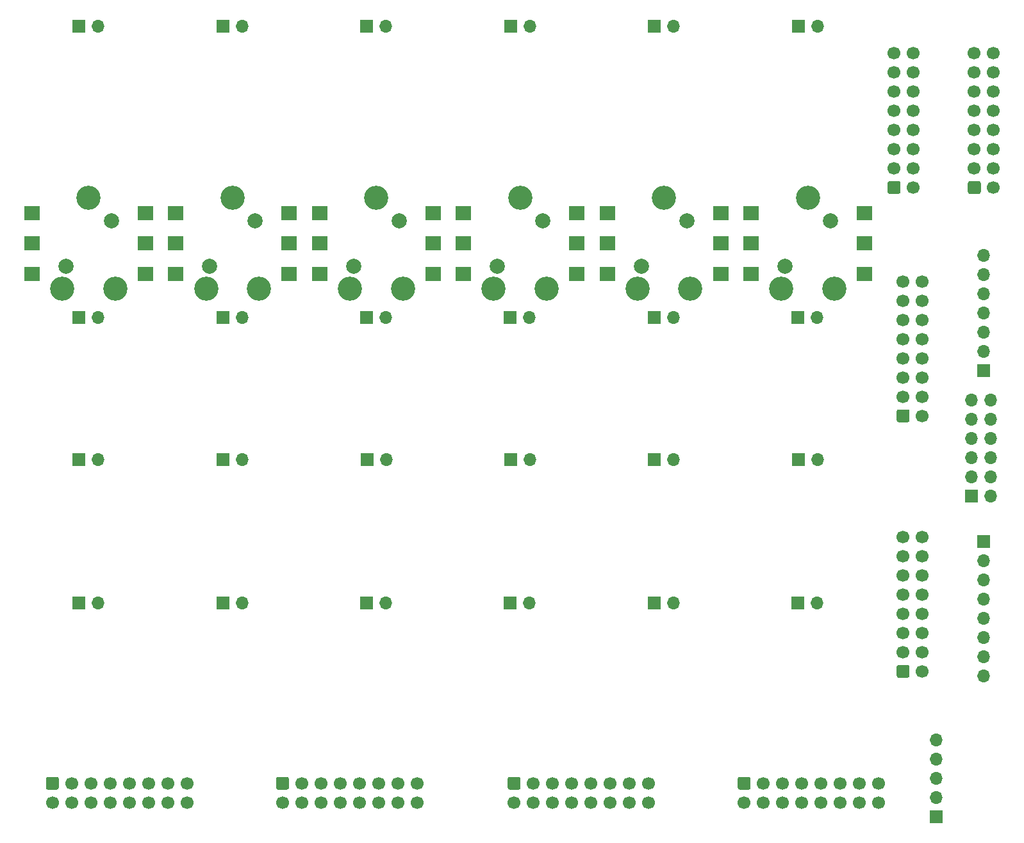
<source format=gbr>
%TF.GenerationSoftware,KiCad,Pcbnew,(5.1.10)-1*%
%TF.CreationDate,2022-05-16T18:50:31-07:00*%
%TF.ProjectId,KeyPad_Board,4b657950-6164-45f4-926f-6172642e6b69,rev?*%
%TF.SameCoordinates,Original*%
%TF.FileFunction,Soldermask,Top*%
%TF.FilePolarity,Negative*%
%FSLAX46Y46*%
G04 Gerber Fmt 4.6, Leading zero omitted, Abs format (unit mm)*
G04 Created by KiCad (PCBNEW (5.1.10)-1) date 2022-05-16 18:50:31*
%MOMM*%
%LPD*%
G01*
G04 APERTURE LIST*
%ADD10C,1.700000*%
%ADD11R,2.000000X1.900000*%
%ADD12C,3.200000*%
%ADD13C,2.000000*%
%ADD14R,1.700000X1.700000*%
%ADD15O,1.700000X1.700000*%
G04 APERTURE END LIST*
%TO.C,J6*%
G36*
G01*
X153750000Y-85600000D02*
X153750000Y-84400000D01*
G75*
G02*
X154000000Y-84150000I250000J0D01*
G01*
X155200000Y-84150000D01*
G75*
G02*
X155450000Y-84400000I0J-250000D01*
G01*
X155450000Y-85600000D01*
G75*
G02*
X155200000Y-85850000I-250000J0D01*
G01*
X154000000Y-85850000D01*
G75*
G02*
X153750000Y-85600000I0J250000D01*
G01*
G37*
D10*
X154600000Y-82460000D03*
X154600000Y-79920000D03*
X154600000Y-77380000D03*
X154600000Y-74840000D03*
X154600000Y-72300000D03*
X154600000Y-69760000D03*
X154600000Y-67220000D03*
X157140000Y-85000000D03*
X157140000Y-82460000D03*
X157140000Y-79920000D03*
X157140000Y-77380000D03*
X157140000Y-74840000D03*
X157140000Y-72300000D03*
X157140000Y-69760000D03*
X157140000Y-67220000D03*
%TD*%
D11*
%TO.C,SW6*%
X149500000Y-58200000D03*
X149500000Y-62200000D03*
X149500000Y-66200000D03*
X134500000Y-58200000D03*
X134500000Y-62200000D03*
X134500000Y-66200000D03*
D12*
X138500000Y-68200000D03*
X145500000Y-68200000D03*
X142000000Y-56200000D03*
D13*
X139000000Y-65200000D03*
X145000000Y-59200000D03*
%TD*%
%TO.C,J1*%
G36*
G01*
X41600000Y-132750000D02*
X42800000Y-132750000D01*
G75*
G02*
X43050000Y-133000000I0J-250000D01*
G01*
X43050000Y-134200000D01*
G75*
G02*
X42800000Y-134450000I-250000J0D01*
G01*
X41600000Y-134450000D01*
G75*
G02*
X41350000Y-134200000I0J250000D01*
G01*
X41350000Y-133000000D01*
G75*
G02*
X41600000Y-132750000I250000J0D01*
G01*
G37*
D10*
X44740000Y-133600000D03*
X47280000Y-133600000D03*
X49820000Y-133600000D03*
X52360000Y-133600000D03*
X54900000Y-133600000D03*
X57440000Y-133600000D03*
X59980000Y-133600000D03*
X42200000Y-136140000D03*
X44740000Y-136140000D03*
X47280000Y-136140000D03*
X49820000Y-136140000D03*
X52360000Y-136140000D03*
X54900000Y-136140000D03*
X57440000Y-136140000D03*
X59980000Y-136140000D03*
%TD*%
%TO.C,J2*%
G36*
G01*
X72000000Y-132750000D02*
X73200000Y-132750000D01*
G75*
G02*
X73450000Y-133000000I0J-250000D01*
G01*
X73450000Y-134200000D01*
G75*
G02*
X73200000Y-134450000I-250000J0D01*
G01*
X72000000Y-134450000D01*
G75*
G02*
X71750000Y-134200000I0J250000D01*
G01*
X71750000Y-133000000D01*
G75*
G02*
X72000000Y-132750000I250000J0D01*
G01*
G37*
X75140000Y-133600000D03*
X77680000Y-133600000D03*
X80220000Y-133600000D03*
X82760000Y-133600000D03*
X85300000Y-133600000D03*
X87840000Y-133600000D03*
X90380000Y-133600000D03*
X72600000Y-136140000D03*
X75140000Y-136140000D03*
X77680000Y-136140000D03*
X80220000Y-136140000D03*
X82760000Y-136140000D03*
X85300000Y-136140000D03*
X87840000Y-136140000D03*
X90380000Y-136140000D03*
%TD*%
%TO.C,J3*%
G36*
G01*
X102600000Y-132750000D02*
X103800000Y-132750000D01*
G75*
G02*
X104050000Y-133000000I0J-250000D01*
G01*
X104050000Y-134200000D01*
G75*
G02*
X103800000Y-134450000I-250000J0D01*
G01*
X102600000Y-134450000D01*
G75*
G02*
X102350000Y-134200000I0J250000D01*
G01*
X102350000Y-133000000D01*
G75*
G02*
X102600000Y-132750000I250000J0D01*
G01*
G37*
X105740000Y-133600000D03*
X108280000Y-133600000D03*
X110820000Y-133600000D03*
X113360000Y-133600000D03*
X115900000Y-133600000D03*
X118440000Y-133600000D03*
X120980000Y-133600000D03*
X103200000Y-136140000D03*
X105740000Y-136140000D03*
X108280000Y-136140000D03*
X110820000Y-136140000D03*
X113360000Y-136140000D03*
X115900000Y-136140000D03*
X118440000Y-136140000D03*
X120980000Y-136140000D03*
%TD*%
%TO.C,J4*%
X151380000Y-136140000D03*
X148840000Y-136140000D03*
X146300000Y-136140000D03*
X143760000Y-136140000D03*
X141220000Y-136140000D03*
X138680000Y-136140000D03*
X136140000Y-136140000D03*
X133600000Y-136140000D03*
X151380000Y-133600000D03*
X148840000Y-133600000D03*
X146300000Y-133600000D03*
X143760000Y-133600000D03*
X141220000Y-133600000D03*
X138680000Y-133600000D03*
X136140000Y-133600000D03*
G36*
G01*
X133000000Y-132750000D02*
X134200000Y-132750000D01*
G75*
G02*
X134450000Y-133000000I0J-250000D01*
G01*
X134450000Y-134200000D01*
G75*
G02*
X134200000Y-134450000I-250000J0D01*
G01*
X133000000Y-134450000D01*
G75*
G02*
X132750000Y-134200000I0J250000D01*
G01*
X132750000Y-133000000D01*
G75*
G02*
X133000000Y-132750000I250000J0D01*
G01*
G37*
%TD*%
%TO.C,J5*%
X157140000Y-101020000D03*
X157140000Y-103560000D03*
X157140000Y-106100000D03*
X157140000Y-108640000D03*
X157140000Y-111180000D03*
X157140000Y-113720000D03*
X157140000Y-116260000D03*
X157140000Y-118800000D03*
X154600000Y-101020000D03*
X154600000Y-103560000D03*
X154600000Y-106100000D03*
X154600000Y-108640000D03*
X154600000Y-111180000D03*
X154600000Y-113720000D03*
X154600000Y-116260000D03*
G36*
G01*
X153750000Y-119400000D02*
X153750000Y-118200000D01*
G75*
G02*
X154000000Y-117950000I250000J0D01*
G01*
X155200000Y-117950000D01*
G75*
G02*
X155450000Y-118200000I0J-250000D01*
G01*
X155450000Y-119400000D01*
G75*
G02*
X155200000Y-119650000I-250000J0D01*
G01*
X154000000Y-119650000D01*
G75*
G02*
X153750000Y-119400000I0J250000D01*
G01*
G37*
%TD*%
%TO.C,J7*%
X155940000Y-37020000D03*
X155940000Y-39560000D03*
X155940000Y-42100000D03*
X155940000Y-44640000D03*
X155940000Y-47180000D03*
X155940000Y-49720000D03*
X155940000Y-52260000D03*
X155940000Y-54800000D03*
X153400000Y-37020000D03*
X153400000Y-39560000D03*
X153400000Y-42100000D03*
X153400000Y-44640000D03*
X153400000Y-47180000D03*
X153400000Y-49720000D03*
X153400000Y-52260000D03*
G36*
G01*
X152550000Y-55400000D02*
X152550000Y-54200000D01*
G75*
G02*
X152800000Y-53950000I250000J0D01*
G01*
X154000000Y-53950000D01*
G75*
G02*
X154250000Y-54200000I0J-250000D01*
G01*
X154250000Y-55400000D01*
G75*
G02*
X154000000Y-55650000I-250000J0D01*
G01*
X152800000Y-55650000D01*
G75*
G02*
X152550000Y-55400000I0J250000D01*
G01*
G37*
%TD*%
%TO.C,J8*%
X166550000Y-37020000D03*
X166550000Y-39560000D03*
X166550000Y-42100000D03*
X166550000Y-44640000D03*
X166550000Y-47180000D03*
X166550000Y-49720000D03*
X166550000Y-52260000D03*
X166550000Y-54800000D03*
X164010000Y-37020000D03*
X164010000Y-39560000D03*
X164010000Y-42100000D03*
X164010000Y-44640000D03*
X164010000Y-47180000D03*
X164010000Y-49720000D03*
X164010000Y-52260000D03*
G36*
G01*
X163160000Y-55400000D02*
X163160000Y-54200000D01*
G75*
G02*
X163410000Y-53950000I250000J0D01*
G01*
X164610000Y-53950000D01*
G75*
G02*
X164860000Y-54200000I0J-250000D01*
G01*
X164860000Y-55400000D01*
G75*
G02*
X164610000Y-55650000I-250000J0D01*
G01*
X163410000Y-55650000D01*
G75*
G02*
X163160000Y-55400000I0J250000D01*
G01*
G37*
%TD*%
D14*
%TO.C,J9*%
X159000000Y-138000000D03*
D15*
X159000000Y-135460000D03*
X159000000Y-132920000D03*
X159000000Y-130380000D03*
X159000000Y-127840000D03*
%TD*%
D14*
%TO.C,J10*%
X165200000Y-79000000D03*
D15*
X165200000Y-76460000D03*
X165200000Y-73920000D03*
X165200000Y-71380000D03*
X165200000Y-68840000D03*
X165200000Y-66300000D03*
X165200000Y-63760000D03*
%TD*%
D14*
%TO.C,J11*%
X165200000Y-101600000D03*
D15*
X165200000Y-104140000D03*
X165200000Y-106680000D03*
X165200000Y-109220000D03*
X165200000Y-111760000D03*
X165200000Y-114300000D03*
X165200000Y-116840000D03*
X165200000Y-119380000D03*
%TD*%
D14*
%TO.C,KB1*%
X45710000Y-33500000D03*
D15*
X48250000Y-33500000D03*
%TD*%
%TO.C,KB2*%
X67250000Y-33500000D03*
D14*
X64710000Y-33500000D03*
%TD*%
%TO.C,KB3*%
X83710000Y-33500000D03*
D15*
X86250000Y-33500000D03*
%TD*%
%TO.C,KB4*%
X105290000Y-33500000D03*
D14*
X102750000Y-33500000D03*
%TD*%
%TO.C,KB5*%
X121710000Y-33500000D03*
D15*
X124250000Y-33500000D03*
%TD*%
%TO.C,KB6*%
X143290000Y-33500000D03*
D14*
X140750000Y-33500000D03*
%TD*%
%TO.C,KB7*%
X45710000Y-72000000D03*
D15*
X48250000Y-72000000D03*
%TD*%
%TO.C,KB8*%
X67250000Y-72000000D03*
D14*
X64710000Y-72000000D03*
%TD*%
D15*
%TO.C,KB9*%
X86250000Y-72000000D03*
D14*
X83710000Y-72000000D03*
%TD*%
%TO.C,KB10*%
X102710000Y-72000000D03*
D15*
X105250000Y-72000000D03*
%TD*%
%TO.C,KB11*%
X124290000Y-72000000D03*
D14*
X121750000Y-72000000D03*
%TD*%
%TO.C,KB12*%
X140710000Y-72000000D03*
D15*
X143250000Y-72000000D03*
%TD*%
D14*
%TO.C,KB13*%
X45710000Y-90750000D03*
D15*
X48250000Y-90750000D03*
%TD*%
%TO.C,KB14*%
X67250000Y-90750000D03*
D14*
X64710000Y-90750000D03*
%TD*%
%TO.C,KB15*%
X83750000Y-90750000D03*
D15*
X86290000Y-90750000D03*
%TD*%
%TO.C,KB16*%
X105290000Y-90750000D03*
D14*
X102750000Y-90750000D03*
%TD*%
%TO.C,KB17*%
X121750000Y-90750000D03*
D15*
X124290000Y-90750000D03*
%TD*%
%TO.C,KB18*%
X143290000Y-90750000D03*
D14*
X140750000Y-90750000D03*
%TD*%
%TO.C,KB19*%
X45710000Y-109750000D03*
D15*
X48250000Y-109750000D03*
%TD*%
%TO.C,KB20*%
X67290000Y-109750000D03*
D14*
X64750000Y-109750000D03*
%TD*%
%TO.C,KB21*%
X83710000Y-109750000D03*
D15*
X86250000Y-109750000D03*
%TD*%
%TO.C,KB22*%
X105250000Y-109750000D03*
D14*
X102710000Y-109750000D03*
%TD*%
%TO.C,KB23*%
X121710000Y-109750000D03*
D15*
X124250000Y-109750000D03*
%TD*%
%TO.C,KB24*%
X143250000Y-109750000D03*
D14*
X140710000Y-109750000D03*
%TD*%
%TO.C,J12*%
X163600000Y-95600000D03*
D15*
X166140000Y-95600000D03*
X163600000Y-93060000D03*
X166140000Y-93060000D03*
X163600000Y-90520000D03*
X166140000Y-90520000D03*
X163600000Y-87980000D03*
X166140000Y-87980000D03*
X163600000Y-85440000D03*
X166140000Y-85440000D03*
X163600000Y-82900000D03*
X166140000Y-82900000D03*
%TD*%
D13*
%TO.C,SW1*%
X50000000Y-59200000D03*
X44000000Y-65200000D03*
D12*
X47000000Y-56200000D03*
X50500000Y-68200000D03*
X43500000Y-68200000D03*
D11*
X39500000Y-66200000D03*
X39500000Y-62200000D03*
X39500000Y-58200000D03*
X54500000Y-66200000D03*
X54500000Y-62200000D03*
X54500000Y-58200000D03*
%TD*%
%TO.C,SW2*%
X73500000Y-58200000D03*
X73500000Y-62200000D03*
X73500000Y-66200000D03*
X58500000Y-58200000D03*
X58500000Y-62200000D03*
X58500000Y-66200000D03*
D12*
X62500000Y-68200000D03*
X69500000Y-68200000D03*
X66000000Y-56200000D03*
D13*
X63000000Y-65200000D03*
X69000000Y-59200000D03*
%TD*%
%TO.C,SW3*%
X88000000Y-59200000D03*
X82000000Y-65200000D03*
D12*
X85000000Y-56200000D03*
X88500000Y-68200000D03*
X81500000Y-68200000D03*
D11*
X77500000Y-66200000D03*
X77500000Y-62200000D03*
X77500000Y-58200000D03*
X92500000Y-66200000D03*
X92500000Y-62200000D03*
X92500000Y-58200000D03*
%TD*%
%TO.C,SW4*%
X111500000Y-58200000D03*
X111500000Y-62200000D03*
X111500000Y-66200000D03*
X96500000Y-58200000D03*
X96500000Y-62200000D03*
X96500000Y-66200000D03*
D12*
X100500000Y-68200000D03*
X107500000Y-68200000D03*
X104000000Y-56200000D03*
D13*
X101000000Y-65200000D03*
X107000000Y-59200000D03*
%TD*%
%TO.C,SW5*%
X126000000Y-59200000D03*
X120000000Y-65200000D03*
D12*
X123000000Y-56200000D03*
X126500000Y-68200000D03*
X119500000Y-68200000D03*
D11*
X115500000Y-66200000D03*
X115500000Y-62200000D03*
X115500000Y-58200000D03*
X130500000Y-66200000D03*
X130500000Y-62200000D03*
X130500000Y-58200000D03*
%TD*%
M02*

</source>
